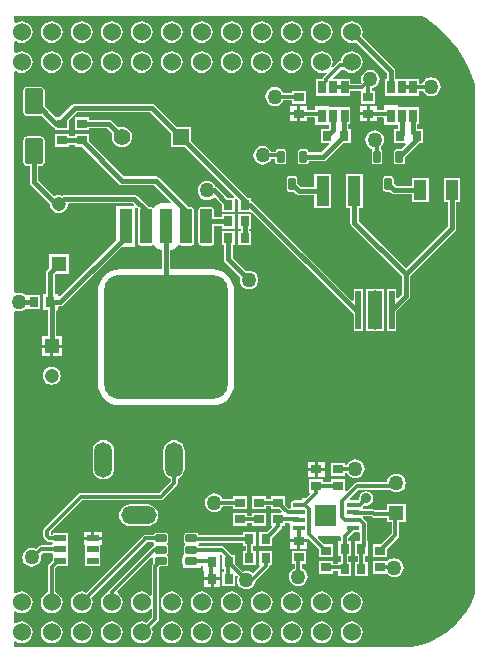
<source format=gtl>
G04*
G04 #@! TF.GenerationSoftware,Altium Limited,Altium Designer,23.6.0 (18)*
G04*
G04 Layer_Physical_Order=1*
G04 Layer_Color=255*
%FSLAX44Y44*%
%MOMM*%
G71*
G04*
G04 #@! TF.SameCoordinates,5EE9EB4A-2ACB-4C3E-BE2F-BD42E06AEEC1*
G04*
G04*
G04 #@! TF.FilePolarity,Positive*
G04*
G01*
G75*
%ADD22R,0.6500X1.1000*%
%ADD23R,1.0000X0.6000*%
%ADD24R,1.1000X1.7000*%
%ADD25R,1.1000X2.6000*%
G04:AMPARAMS|DCode=26|XSize=0.6mm|YSize=1mm|CornerRadius=0.075mm|HoleSize=0mm|Usage=FLASHONLY|Rotation=180.000|XOffset=0mm|YOffset=0mm|HoleType=Round|Shape=RoundedRectangle|*
%AMROUNDEDRECTD26*
21,1,0.6000,0.8500,0,0,180.0*
21,1,0.4500,1.0000,0,0,180.0*
1,1,0.1500,-0.2250,0.4250*
1,1,0.1500,0.2250,0.4250*
1,1,0.1500,0.2250,-0.4250*
1,1,0.1500,-0.2250,-0.4250*
%
%ADD26ROUNDEDRECTD26*%
%ADD27R,0.9000X0.8000*%
%ADD28R,0.8000X0.9000*%
%ADD29R,0.5000X3.3000*%
%ADD30R,1.3000X3.3000*%
G04:AMPARAMS|DCode=31|XSize=0.6mm|YSize=1mm|CornerRadius=0.075mm|HoleSize=0mm|Usage=FLASHONLY|Rotation=270.000|XOffset=0mm|YOffset=0mm|HoleType=Round|Shape=RoundedRectangle|*
%AMROUNDEDRECTD31*
21,1,0.6000,0.8500,0,0,270.0*
21,1,0.4500,1.0000,0,0,270.0*
1,1,0.1500,-0.4250,-0.2250*
1,1,0.1500,-0.4250,0.2250*
1,1,0.1500,0.4250,0.2250*
1,1,0.1500,0.4250,-0.2250*
%
%ADD31ROUNDEDRECTD31*%
G04:AMPARAMS|DCode=32|XSize=2.2mm|YSize=1.5mm|CornerRadius=0.1875mm|HoleSize=0mm|Usage=FLASHONLY|Rotation=90.000|XOffset=0mm|YOffset=0mm|HoleType=Round|Shape=RoundedRectangle|*
%AMROUNDEDRECTD32*
21,1,2.2000,1.1250,0,0,90.0*
21,1,1.8250,1.5000,0,0,90.0*
1,1,0.3750,0.5625,0.9125*
1,1,0.3750,0.5625,-0.9125*
1,1,0.3750,-0.5625,-0.9125*
1,1,0.3750,-0.5625,0.9125*
%
%ADD32ROUNDEDRECTD32*%
G04:AMPARAMS|DCode=33|XSize=10.5mm|YSize=10.5mm|CornerRadius=1.3125mm|HoleSize=0mm|Usage=FLASHONLY|Rotation=90.000|XOffset=0mm|YOffset=0mm|HoleType=Round|Shape=RoundedRectangle|*
%AMROUNDEDRECTD33*
21,1,10.5000,7.8750,0,0,90.0*
21,1,7.8750,10.5000,0,0,90.0*
1,1,2.6250,3.9375,3.9375*
1,1,2.6250,3.9375,-3.9375*
1,1,2.6250,-3.9375,-3.9375*
1,1,2.6250,-3.9375,3.9375*
%
%ADD33ROUNDEDRECTD33*%
G04:AMPARAMS|DCode=34|XSize=2.95mm|YSize=1.05mm|CornerRadius=0.1313mm|HoleSize=0mm|Usage=FLASHONLY|Rotation=90.000|XOffset=0mm|YOffset=0mm|HoleType=Round|Shape=RoundedRectangle|*
%AMROUNDEDRECTD34*
21,1,2.9500,0.7875,0,0,90.0*
21,1,2.6875,1.0500,0,0,90.0*
1,1,0.2625,0.3938,1.3438*
1,1,0.2625,0.3938,-1.3438*
1,1,0.2625,-0.3938,-1.3438*
1,1,0.2625,-0.3938,1.3438*
%
%ADD34ROUNDEDRECTD34*%
G04:AMPARAMS|DCode=35|XSize=0.41mm|YSize=1.02mm|CornerRadius=0.1025mm|HoleSize=0mm|Usage=FLASHONLY|Rotation=90.000|XOffset=0mm|YOffset=0mm|HoleType=Round|Shape=RoundedRectangle|*
%AMROUNDEDRECTD35*
21,1,0.4100,0.8150,0,0,90.0*
21,1,0.2050,1.0200,0,0,90.0*
1,1,0.2050,0.4075,0.1025*
1,1,0.2050,0.4075,-0.1025*
1,1,0.2050,-0.4075,-0.1025*
1,1,0.2050,-0.4075,0.1025*
%
%ADD35ROUNDEDRECTD35*%
%ADD50R,1.2700X1.2700*%
%ADD51C,1.2700*%
%ADD61C,0.3000*%
%ADD62C,0.4000*%
%ADD63C,1.5240*%
%ADD64C,1.2060*%
%ADD65R,1.2060X1.2060*%
%ADD66O,1.5000X3.0000*%
%ADD67C,1.4000*%
%ADD68R,1.4000X1.4000*%
%ADD69O,3.0000X1.5000*%
%ADD70C,0.9000*%
%ADD71C,1.0000*%
G36*
X351918Y539845D02*
Y539845D01*
X351918D01*
X355927Y537387D01*
X363469Y531770D01*
X370475Y525497D01*
X376888Y518618D01*
X382656Y511190D01*
X387731Y503273D01*
X392073Y494931D01*
X395647Y486232D01*
X397035Y481740D01*
X397035Y50709D01*
X397035Y50709D01*
X396025Y47580D01*
X393395Y41555D01*
X390180Y35820D01*
X386411Y30432D01*
X382127Y25445D01*
X377369Y20907D01*
X372185Y16864D01*
X366624Y13356D01*
X360744Y10416D01*
X354600Y8074D01*
X348255Y6353D01*
X341770Y5270D01*
X338490Y5053D01*
X7094Y5053D01*
Y9506D01*
X8233Y10068D01*
X8648Y9749D01*
X10867Y8830D01*
X13248Y8517D01*
X15629Y8830D01*
X17847Y9749D01*
X19752Y11211D01*
X21214Y13116D01*
X22133Y15335D01*
X22447Y17716D01*
X22133Y20096D01*
X21214Y22315D01*
X19752Y24220D01*
X17847Y25682D01*
X15629Y26601D01*
X13248Y26914D01*
X10867Y26601D01*
X8648Y25682D01*
X8233Y25363D01*
X7094Y25924D01*
Y34906D01*
X8233Y35468D01*
X8648Y35149D01*
X10867Y34230D01*
X13248Y33917D01*
X15629Y34230D01*
X17847Y35149D01*
X19752Y36611D01*
X21214Y38516D01*
X22133Y40735D01*
X22447Y43116D01*
X22133Y45496D01*
X21214Y47715D01*
X19752Y49620D01*
X17847Y51082D01*
X15629Y52001D01*
X13248Y52314D01*
X10867Y52001D01*
X8648Y51082D01*
X8233Y50763D01*
X7094Y51325D01*
X7094Y289127D01*
X8364Y289975D01*
X9011Y289707D01*
X11061Y289437D01*
X13110Y289707D01*
X15019Y290498D01*
X16659Y291756D01*
X16706Y291817D01*
X17976Y291385D01*
Y291238D01*
X28976D01*
Y303238D01*
X17976D01*
X17976Y303238D01*
Y303238D01*
X16706Y302893D01*
X16659Y302954D01*
X15019Y304212D01*
X13110Y305003D01*
X11061Y305273D01*
X9011Y305003D01*
X8364Y304735D01*
X7094Y305583D01*
X7094Y492271D01*
X8233Y492833D01*
X8640Y492520D01*
X10859Y491601D01*
X13240Y491288D01*
X15620Y491601D01*
X17839Y492520D01*
X19744Y493982D01*
X21206Y495887D01*
X22125Y498106D01*
X22438Y500487D01*
X22125Y502868D01*
X21206Y505086D01*
X19744Y506991D01*
X17839Y508453D01*
X15620Y509372D01*
X13240Y509685D01*
X10859Y509372D01*
X8640Y508453D01*
X8233Y508140D01*
X7094Y508702D01*
Y517672D01*
X8233Y518233D01*
X8640Y517920D01*
X10859Y517001D01*
X13240Y516688D01*
X15620Y517001D01*
X17839Y517920D01*
X19744Y519382D01*
X21206Y521287D01*
X22125Y523506D01*
X22438Y525887D01*
X22125Y528268D01*
X21206Y530486D01*
X19744Y532391D01*
X17839Y533853D01*
X15620Y534772D01*
X13240Y535085D01*
X10859Y534772D01*
X8640Y533853D01*
X8233Y533540D01*
X7094Y534102D01*
Y539845D01*
X350738D01*
X351918Y539845D01*
D02*
G37*
%LPC*%
G36*
X267240Y535085D02*
X264859Y534772D01*
X262640Y533853D01*
X260735Y532391D01*
X259273Y530486D01*
X258354Y528268D01*
X258041Y525887D01*
X258354Y523506D01*
X259273Y521287D01*
X260735Y519382D01*
X262640Y517920D01*
X264859Y517001D01*
X267240Y516688D01*
X269620Y517001D01*
X271839Y517920D01*
X273744Y519382D01*
X275206Y521287D01*
X276125Y523506D01*
X276438Y525887D01*
X276125Y528268D01*
X275206Y530486D01*
X273744Y532391D01*
X271839Y533853D01*
X269620Y534772D01*
X267240Y535085D01*
D02*
G37*
G36*
X241840D02*
X239459Y534772D01*
X237240Y533853D01*
X235335Y532391D01*
X233873Y530486D01*
X232955Y528268D01*
X232641Y525887D01*
X232955Y523506D01*
X233873Y521287D01*
X235335Y519382D01*
X237240Y517920D01*
X239459Y517001D01*
X241840Y516688D01*
X244221Y517001D01*
X246439Y517920D01*
X248344Y519382D01*
X249806Y521287D01*
X250725Y523506D01*
X251038Y525887D01*
X250725Y528268D01*
X249806Y530486D01*
X248344Y532391D01*
X246439Y533853D01*
X244221Y534772D01*
X241840Y535085D01*
D02*
G37*
G36*
X216440D02*
X214059Y534772D01*
X211840Y533853D01*
X209935Y532391D01*
X208473Y530486D01*
X207554Y528268D01*
X207241Y525887D01*
X207554Y523506D01*
X208473Y521287D01*
X209935Y519382D01*
X211840Y517920D01*
X214059Y517001D01*
X216440Y516688D01*
X218820Y517001D01*
X221039Y517920D01*
X222944Y519382D01*
X224406Y521287D01*
X225325Y523506D01*
X225638Y525887D01*
X225325Y528268D01*
X224406Y530486D01*
X222944Y532391D01*
X221039Y533853D01*
X218820Y534772D01*
X216440Y535085D01*
D02*
G37*
G36*
X191040D02*
X188659Y534772D01*
X186440Y533853D01*
X184535Y532391D01*
X183073Y530486D01*
X182155Y528268D01*
X181841Y525887D01*
X182155Y523506D01*
X183073Y521287D01*
X184535Y519382D01*
X186440Y517920D01*
X188659Y517001D01*
X191040Y516688D01*
X193421Y517001D01*
X195639Y517920D01*
X197544Y519382D01*
X199006Y521287D01*
X199925Y523506D01*
X200238Y525887D01*
X199925Y528268D01*
X199006Y530486D01*
X197544Y532391D01*
X195639Y533853D01*
X193421Y534772D01*
X191040Y535085D01*
D02*
G37*
G36*
X165640D02*
X163259Y534772D01*
X161040Y533853D01*
X159135Y532391D01*
X157673Y530486D01*
X156755Y528268D01*
X156441Y525887D01*
X156755Y523506D01*
X157673Y521287D01*
X159135Y519382D01*
X161040Y517920D01*
X163259Y517001D01*
X165640Y516688D01*
X168020Y517001D01*
X170239Y517920D01*
X172144Y519382D01*
X173606Y521287D01*
X174525Y523506D01*
X174838Y525887D01*
X174525Y528268D01*
X173606Y530486D01*
X172144Y532391D01*
X170239Y533853D01*
X168020Y534772D01*
X165640Y535085D01*
D02*
G37*
G36*
X140240D02*
X137859Y534772D01*
X135640Y533853D01*
X133735Y532391D01*
X132273Y530486D01*
X131355Y528268D01*
X131041Y525887D01*
X131355Y523506D01*
X132273Y521287D01*
X133735Y519382D01*
X135640Y517920D01*
X137859Y517001D01*
X140240Y516688D01*
X142620Y517001D01*
X144839Y517920D01*
X146744Y519382D01*
X148206Y521287D01*
X149125Y523506D01*
X149438Y525887D01*
X149125Y528268D01*
X148206Y530486D01*
X146744Y532391D01*
X144839Y533853D01*
X142620Y534772D01*
X140240Y535085D01*
D02*
G37*
G36*
X114840D02*
X112459Y534772D01*
X110240Y533853D01*
X108335Y532391D01*
X106873Y530486D01*
X105955Y528268D01*
X105641Y525887D01*
X105955Y523506D01*
X106873Y521287D01*
X108335Y519382D01*
X110240Y517920D01*
X112459Y517001D01*
X114840Y516688D01*
X117220Y517001D01*
X119439Y517920D01*
X121344Y519382D01*
X122806Y521287D01*
X123725Y523506D01*
X124038Y525887D01*
X123725Y528268D01*
X122806Y530486D01*
X121344Y532391D01*
X119439Y533853D01*
X117220Y534772D01*
X114840Y535085D01*
D02*
G37*
G36*
X89440D02*
X87059Y534772D01*
X84840Y533853D01*
X82935Y532391D01*
X81473Y530486D01*
X80555Y528268D01*
X80241Y525887D01*
X80555Y523506D01*
X81473Y521287D01*
X82935Y519382D01*
X84840Y517920D01*
X87059Y517001D01*
X89440Y516688D01*
X91820Y517001D01*
X94039Y517920D01*
X95944Y519382D01*
X97406Y521287D01*
X98325Y523506D01*
X98638Y525887D01*
X98325Y528268D01*
X97406Y530486D01*
X95944Y532391D01*
X94039Y533853D01*
X91820Y534772D01*
X89440Y535085D01*
D02*
G37*
G36*
X64040D02*
X61659Y534772D01*
X59440Y533853D01*
X57535Y532391D01*
X56073Y530486D01*
X55155Y528268D01*
X54841Y525887D01*
X55155Y523506D01*
X56073Y521287D01*
X57535Y519382D01*
X59440Y517920D01*
X61659Y517001D01*
X64040Y516688D01*
X66420Y517001D01*
X68639Y517920D01*
X70544Y519382D01*
X72006Y521287D01*
X72925Y523506D01*
X73238Y525887D01*
X72925Y528268D01*
X72006Y530486D01*
X70544Y532391D01*
X68639Y533853D01*
X66420Y534772D01*
X64040Y535085D01*
D02*
G37*
G36*
X38640D02*
X36259Y534772D01*
X34040Y533853D01*
X32135Y532391D01*
X30673Y530486D01*
X29755Y528268D01*
X29441Y525887D01*
X29755Y523506D01*
X30673Y521287D01*
X32135Y519382D01*
X34040Y517920D01*
X36259Y517001D01*
X38640Y516688D01*
X41020Y517001D01*
X43239Y517920D01*
X45144Y519382D01*
X46606Y521287D01*
X47525Y523506D01*
X47838Y525887D01*
X47525Y528268D01*
X46606Y530486D01*
X45144Y532391D01*
X43239Y533853D01*
X41020Y534772D01*
X38640Y535085D01*
D02*
G37*
G36*
X292640Y509685D02*
X290259Y509372D01*
X288040Y508453D01*
X286135Y506991D01*
X284673Y505086D01*
X283755Y502868D01*
X283535Y501203D01*
X283181D01*
X282011Y500971D01*
X281018Y500308D01*
X281018Y500308D01*
X276568Y495858D01*
X275492Y496577D01*
X276125Y498106D01*
X276438Y500487D01*
X276125Y502868D01*
X275206Y505086D01*
X273744Y506991D01*
X271839Y508453D01*
X269620Y509372D01*
X267240Y509685D01*
X264859Y509372D01*
X262640Y508453D01*
X260735Y506991D01*
X259273Y505086D01*
X258354Y502868D01*
X258041Y500487D01*
X258354Y498106D01*
X259273Y495887D01*
X260735Y493982D01*
X262640Y492520D01*
X264859Y491601D01*
X267240Y491288D01*
X269620Y491601D01*
X271149Y492235D01*
X271869Y491158D01*
X268688Y487977D01*
X268025Y486985D01*
X267843Y486072D01*
X262850D01*
Y472072D01*
X271081D01*
X272351Y472072D01*
Y472072D01*
X272351D01*
Y472072D01*
X291350D01*
Y476013D01*
X300797D01*
Y465371D01*
X312797D01*
Y476371D01*
X309856D01*
Y478091D01*
X310425Y478166D01*
X312335Y478957D01*
X313975Y480215D01*
X315233Y481855D01*
X316024Y483764D01*
X316294Y485814D01*
X316024Y487863D01*
X315233Y489773D01*
X313975Y491413D01*
X312335Y492671D01*
X310425Y493462D01*
X308376Y493731D01*
X306327Y493462D01*
X304417Y492671D01*
X302778Y491413D01*
X301519Y489773D01*
X300728Y487863D01*
X300458Y485814D01*
X300728Y483764D01*
X300985Y483144D01*
X300176Y482130D01*
X291350D01*
Y486072D01*
X277093D01*
X276607Y487245D01*
X284153Y494791D01*
X285567Y494722D01*
X286135Y493982D01*
X288040Y492520D01*
X290259Y491601D01*
X292640Y491288D01*
X295021Y491601D01*
X297239Y492520D01*
X299144Y493982D01*
X300606Y495887D01*
X301525Y498106D01*
X301838Y500487D01*
X301525Y502868D01*
X300606Y505086D01*
X299144Y506991D01*
X297239Y508453D01*
X295021Y509372D01*
X292640Y509685D01*
D02*
G37*
G36*
X241840D02*
X239459Y509372D01*
X237240Y508453D01*
X235335Y506991D01*
X233873Y505086D01*
X232955Y502868D01*
X232641Y500487D01*
X232955Y498106D01*
X233873Y495887D01*
X235335Y493982D01*
X237240Y492520D01*
X239459Y491601D01*
X241840Y491288D01*
X244221Y491601D01*
X246439Y492520D01*
X248344Y493982D01*
X249806Y495887D01*
X250725Y498106D01*
X251038Y500487D01*
X250725Y502868D01*
X249806Y505086D01*
X248344Y506991D01*
X246439Y508453D01*
X244221Y509372D01*
X241840Y509685D01*
D02*
G37*
G36*
X216440D02*
X214059Y509372D01*
X211840Y508453D01*
X209935Y506991D01*
X208473Y505086D01*
X207554Y502868D01*
X207241Y500487D01*
X207554Y498106D01*
X208473Y495887D01*
X209935Y493982D01*
X211840Y492520D01*
X214059Y491601D01*
X216440Y491288D01*
X218820Y491601D01*
X221039Y492520D01*
X222944Y493982D01*
X224406Y495887D01*
X225325Y498106D01*
X225638Y500487D01*
X225325Y502868D01*
X224406Y505086D01*
X222944Y506991D01*
X221039Y508453D01*
X218820Y509372D01*
X216440Y509685D01*
D02*
G37*
G36*
X191040D02*
X188659Y509372D01*
X186440Y508453D01*
X184535Y506991D01*
X183073Y505086D01*
X182155Y502868D01*
X181841Y500487D01*
X182155Y498106D01*
X183073Y495887D01*
X184535Y493982D01*
X186440Y492520D01*
X188659Y491601D01*
X191040Y491288D01*
X193421Y491601D01*
X195639Y492520D01*
X197544Y493982D01*
X199006Y495887D01*
X199925Y498106D01*
X200238Y500487D01*
X199925Y502868D01*
X199006Y505086D01*
X197544Y506991D01*
X195639Y508453D01*
X193421Y509372D01*
X191040Y509685D01*
D02*
G37*
G36*
X165640D02*
X163259Y509372D01*
X161040Y508453D01*
X159135Y506991D01*
X157673Y505086D01*
X156755Y502868D01*
X156441Y500487D01*
X156755Y498106D01*
X157673Y495887D01*
X159135Y493982D01*
X161040Y492520D01*
X163259Y491601D01*
X165640Y491288D01*
X168020Y491601D01*
X170239Y492520D01*
X172144Y493982D01*
X173606Y495887D01*
X174525Y498106D01*
X174838Y500487D01*
X174525Y502868D01*
X173606Y505086D01*
X172144Y506991D01*
X170239Y508453D01*
X168020Y509372D01*
X165640Y509685D01*
D02*
G37*
G36*
X140240D02*
X137859Y509372D01*
X135640Y508453D01*
X133735Y506991D01*
X132273Y505086D01*
X131355Y502868D01*
X131041Y500487D01*
X131355Y498106D01*
X132273Y495887D01*
X133735Y493982D01*
X135640Y492520D01*
X137859Y491601D01*
X140240Y491288D01*
X142620Y491601D01*
X144839Y492520D01*
X146744Y493982D01*
X148206Y495887D01*
X149125Y498106D01*
X149438Y500487D01*
X149125Y502868D01*
X148206Y505086D01*
X146744Y506991D01*
X144839Y508453D01*
X142620Y509372D01*
X140240Y509685D01*
D02*
G37*
G36*
X114840D02*
X112459Y509372D01*
X110240Y508453D01*
X108335Y506991D01*
X106873Y505086D01*
X105955Y502868D01*
X105641Y500487D01*
X105955Y498106D01*
X106873Y495887D01*
X108335Y493982D01*
X110240Y492520D01*
X112459Y491601D01*
X114840Y491288D01*
X117220Y491601D01*
X119439Y492520D01*
X121344Y493982D01*
X122806Y495887D01*
X123725Y498106D01*
X124038Y500487D01*
X123725Y502868D01*
X122806Y505086D01*
X121344Y506991D01*
X119439Y508453D01*
X117220Y509372D01*
X114840Y509685D01*
D02*
G37*
G36*
X89440D02*
X87059Y509372D01*
X84840Y508453D01*
X82935Y506991D01*
X81473Y505086D01*
X80555Y502868D01*
X80241Y500487D01*
X80555Y498106D01*
X81473Y495887D01*
X82935Y493982D01*
X84840Y492520D01*
X87059Y491601D01*
X89440Y491288D01*
X91820Y491601D01*
X94039Y492520D01*
X95944Y493982D01*
X97406Y495887D01*
X98325Y498106D01*
X98638Y500487D01*
X98325Y502868D01*
X97406Y505086D01*
X95944Y506991D01*
X94039Y508453D01*
X91820Y509372D01*
X89440Y509685D01*
D02*
G37*
G36*
X64040D02*
X61659Y509372D01*
X59440Y508453D01*
X57535Y506991D01*
X56073Y505086D01*
X55155Y502868D01*
X54841Y500487D01*
X55155Y498106D01*
X56073Y495887D01*
X57535Y493982D01*
X59440Y492520D01*
X61659Y491601D01*
X64040Y491288D01*
X66420Y491601D01*
X68639Y492520D01*
X70544Y493982D01*
X72006Y495887D01*
X72925Y498106D01*
X73238Y500487D01*
X72925Y502868D01*
X72006Y505086D01*
X70544Y506991D01*
X68639Y508453D01*
X66420Y509372D01*
X64040Y509685D01*
D02*
G37*
G36*
X38640D02*
X36259Y509372D01*
X34040Y508453D01*
X32135Y506991D01*
X30673Y505086D01*
X29755Y502868D01*
X29441Y500487D01*
X29755Y498106D01*
X30673Y495887D01*
X32135Y493982D01*
X34040Y492520D01*
X36259Y491601D01*
X38640Y491288D01*
X41020Y491601D01*
X43239Y492520D01*
X45144Y493982D01*
X46606Y495887D01*
X47525Y498106D01*
X47838Y500487D01*
X47525Y502868D01*
X46606Y505086D01*
X45144Y506991D01*
X43239Y508453D01*
X41020Y509372D01*
X38640Y509685D01*
D02*
G37*
G36*
X292640Y535085D02*
X290259Y534772D01*
X288040Y533853D01*
X286135Y532391D01*
X284673Y530486D01*
X283755Y528268D01*
X283441Y525887D01*
X283755Y523506D01*
X284673Y521287D01*
X286135Y519382D01*
X288040Y517920D01*
X290259Y517001D01*
X292640Y516688D01*
X295021Y517001D01*
X296047Y517427D01*
X322179Y491295D01*
Y486072D01*
X320997D01*
Y472072D01*
X338727D01*
X339997Y472072D01*
Y472072D01*
X339997D01*
Y472072D01*
X349497D01*
Y476013D01*
X352997D01*
X353095Y475776D01*
X354353Y474136D01*
X355993Y472878D01*
X357903Y472087D01*
X359952Y471817D01*
X362001Y472087D01*
X363911Y472878D01*
X365551Y474136D01*
X366809Y475776D01*
X367600Y477685D01*
X367870Y479734D01*
X367600Y481784D01*
X366809Y483693D01*
X365551Y485333D01*
X363911Y486591D01*
X362001Y487383D01*
X359952Y487652D01*
X357903Y487383D01*
X355993Y486591D01*
X354353Y485333D01*
X353095Y483693D01*
X352448Y482130D01*
X349497D01*
Y486072D01*
X341267D01*
X339997Y486072D01*
Y486072D01*
X339997D01*
Y486072D01*
X329316D01*
Y492773D01*
X329044Y494138D01*
X328271Y495296D01*
X301096Y522471D01*
X301525Y523506D01*
X301838Y525887D01*
X301525Y528268D01*
X300606Y530486D01*
X299144Y532391D01*
X297239Y533853D01*
X295021Y534772D01*
X292640Y535085D01*
D02*
G37*
G36*
X227581Y479220D02*
X225532Y478950D01*
X223622Y478159D01*
X221982Y476901D01*
X220724Y475261D01*
X219933Y473352D01*
X219663Y471302D01*
X219933Y469253D01*
X220724Y467343D01*
X221982Y465704D01*
X223622Y464445D01*
X225532Y463654D01*
X227581Y463385D01*
X229630Y463654D01*
X231540Y464445D01*
X233179Y465704D01*
X234438Y467343D01*
X234811Y468243D01*
X241724D01*
Y465371D01*
X253724D01*
Y476371D01*
X241724D01*
Y474361D01*
X234811D01*
X234438Y475261D01*
X233179Y476901D01*
X231540Y478159D01*
X229630Y478950D01*
X227581Y479220D01*
D02*
G37*
G36*
X319684Y463799D02*
Y459929D01*
X313837D01*
Y463410D01*
X308068D01*
Y456870D01*
Y450331D01*
X313837D01*
Y453812D01*
X318786D01*
X319684Y452914D01*
X319684Y447070D01*
X319957Y447032D01*
X320938Y447032D01*
X331537D01*
X331678Y445820D01*
Y444024D01*
X328274D01*
Y432024D01*
X337866D01*
X338392Y430754D01*
X334535Y426898D01*
X330788D01*
X329910Y426723D01*
X329166Y426226D01*
X328669Y425481D01*
X328494Y424603D01*
Y416103D01*
X328669Y415225D01*
X329166Y414481D01*
X329910Y413984D01*
X330788Y413809D01*
X335288D01*
X336166Y413984D01*
X336910Y414481D01*
X337407Y415225D01*
X337582Y416103D01*
Y419851D01*
X349755Y432024D01*
X353274D01*
Y444024D01*
X348316D01*
Y448072D01*
X349497D01*
Y462072D01*
X341267D01*
X339997Y462072D01*
X338727Y462072D01*
X332019D01*
Y463799D01*
X319684Y463799D01*
D02*
G37*
G36*
X246454Y463410D02*
X240684D01*
Y458140D01*
X246454D01*
Y463410D01*
D02*
G37*
G36*
X305528D02*
X299757D01*
Y458140D01*
X305528D01*
Y463410D01*
D02*
G37*
G36*
Y455601D02*
X299757D01*
Y450331D01*
X305528D01*
Y455601D01*
D02*
G37*
G36*
X246454D02*
X240684D01*
Y450331D01*
X246454D01*
Y455601D01*
D02*
G37*
G36*
X70147Y439567D02*
X58147D01*
Y437636D01*
X53340D01*
Y439567D01*
X41340D01*
Y428567D01*
X53340D01*
Y430499D01*
X58147D01*
Y428567D01*
X64600D01*
X95653Y397515D01*
X95653Y397515D01*
X96811Y396742D01*
X98176Y396470D01*
X125563D01*
X139661Y382372D01*
X139042Y381195D01*
X131562D01*
X129099Y380705D01*
X127011Y379310D01*
X125616Y377222D01*
X125134Y377047D01*
X124256Y376893D01*
X123485Y377408D01*
X122387Y377626D01*
X120843D01*
X111206Y387263D01*
X110048Y388037D01*
X108682Y388309D01*
X49322D01*
X47956Y388037D01*
X47066Y387442D01*
X46774Y387563D01*
X44809Y387821D01*
X42843Y387563D01*
X41011Y386804D01*
X40840Y386673D01*
X27173Y400340D01*
Y412533D01*
X29230D01*
X30546Y412795D01*
X31663Y413541D01*
X32409Y414657D01*
X32671Y415974D01*
Y434224D01*
X32409Y435541D01*
X31663Y436657D01*
X30546Y437403D01*
X29230Y437665D01*
X17980D01*
X16663Y437403D01*
X15546Y436657D01*
X14800Y435541D01*
X14539Y434224D01*
Y415974D01*
X14800Y414657D01*
X15546Y413541D01*
X16663Y412795D01*
X17980Y412533D01*
X20036D01*
Y398862D01*
X20308Y397496D01*
X21081Y396338D01*
X37217Y380203D01*
X37472Y378261D01*
X38231Y376429D01*
X39438Y374856D01*
X41011Y373649D01*
X42843Y372890D01*
X44809Y372631D01*
X46774Y372890D01*
X48606Y373649D01*
X50179Y374856D01*
X51386Y376429D01*
X52145Y378261D01*
X52403Y380227D01*
X53232Y381171D01*
X107204D01*
X108645Y379731D01*
X108118Y378461D01*
X106471D01*
X105337Y378687D01*
X97462D01*
X96329Y378461D01*
X93506D01*
Y349851D01*
X45286Y301630D01*
X44015Y302157D01*
Y304278D01*
X41044D01*
Y320615D01*
X41279Y320850D01*
X53378D01*
Y320857D01*
X53379D01*
Y337996D01*
X36239D01*
Y337990D01*
X36239D01*
Y325903D01*
X34952Y324617D01*
X34179Y323459D01*
X33907Y322094D01*
Y304278D01*
X30936D01*
Y304278D01*
X30935D01*
Y290198D01*
X35189D01*
Y268441D01*
X30187D01*
Y261141D01*
X38757D01*
X47327D01*
Y268441D01*
X42326D01*
Y289300D01*
X43224Y290198D01*
X44015Y290198D01*
X44016Y290198D01*
X44016Y291468D01*
X44016Y292771D01*
X44914Y293669D01*
X45940D01*
X47305Y293941D01*
X48463Y294715D01*
X97704Y343956D01*
X109334D01*
Y377246D01*
X110604Y377772D01*
X112126Y376250D01*
X111863Y375856D01*
X111645Y374759D01*
Y347884D01*
X111863Y346786D01*
X112485Y345856D01*
X113415Y345234D01*
X114512Y345016D01*
X122387D01*
X123485Y345234D01*
X124256Y345750D01*
X125134Y345595D01*
X125616Y345421D01*
X127011Y343333D01*
X129099Y341937D01*
X131562Y341448D01*
X131931D01*
Y324909D01*
X96125D01*
X92572Y324559D01*
X89155Y323523D01*
X86006Y321840D01*
X83246Y319575D01*
X80981Y316815D01*
X79298Y313666D01*
X78262Y310250D01*
X77912Y306696D01*
Y227946D01*
X78262Y224393D01*
X79298Y220977D01*
X80981Y217828D01*
X83246Y215068D01*
X86006Y212803D01*
X89155Y211120D01*
X92572Y210084D01*
X96125Y209734D01*
X174875D01*
X178428Y210084D01*
X181844Y211120D01*
X184993Y212803D01*
X187753Y215068D01*
X190018Y217828D01*
X191701Y220977D01*
X192737Y224393D01*
X193087Y227946D01*
Y306696D01*
X192737Y310250D01*
X191701Y313666D01*
X190018Y316815D01*
X187753Y319575D01*
X184993Y321840D01*
X181844Y323523D01*
X178428Y324559D01*
X174875Y324909D01*
X139068D01*
Y341448D01*
X139437D01*
X141900Y341937D01*
X143988Y343333D01*
X145384Y345421D01*
X145865Y345595D01*
X146744Y345750D01*
X147515Y345234D01*
X148612Y345016D01*
X156487D01*
X157585Y345234D01*
X158515Y345856D01*
X159136Y346786D01*
X159355Y347884D01*
Y374759D01*
X159136Y375856D01*
X158515Y376786D01*
X157585Y377408D01*
X156487Y377626D01*
X154500D01*
X129565Y402562D01*
X128407Y403335D01*
X127042Y403607D01*
X99655D01*
X70147Y433114D01*
Y439567D01*
D02*
G37*
G36*
Y453567D02*
X58147D01*
Y442567D01*
X70147D01*
Y444499D01*
X85669D01*
X90019Y440148D01*
X89721Y439430D01*
X89429Y437211D01*
X89721Y434992D01*
X90578Y432925D01*
X91940Y431149D01*
X93716Y429787D01*
X95784Y428930D01*
X98003Y428638D01*
X100222Y428930D01*
X102289Y429787D01*
X104065Y431149D01*
X105427Y432925D01*
X106284Y434992D01*
X106576Y437211D01*
X106284Y439430D01*
X105427Y441498D01*
X104065Y443274D01*
X102289Y444636D01*
X100222Y445493D01*
X98003Y445785D01*
X95784Y445493D01*
X95066Y445195D01*
X89670Y450591D01*
X88512Y451364D01*
X87147Y451636D01*
X70147D01*
Y453567D01*
D02*
G37*
G36*
X254764Y463410D02*
X248994D01*
Y456870D01*
Y450331D01*
X254764D01*
Y453812D01*
X260912D01*
X261810Y452914D01*
X261810Y447032D01*
X261810Y447032D01*
X263080Y447032D01*
X273391D01*
X273532Y445820D01*
Y444438D01*
X273119Y444024D01*
X266665D01*
Y432024D01*
X273459D01*
X273945Y430851D01*
X267017Y423922D01*
X256227D01*
Y424603D01*
X256053Y425481D01*
X255555Y426226D01*
X254811Y426723D01*
X253933Y426898D01*
X249433D01*
X248556Y426723D01*
X247811Y426226D01*
X247314Y425481D01*
X247139Y424603D01*
Y416103D01*
X247314Y415225D01*
X247811Y414481D01*
X248556Y413984D01*
X249433Y413809D01*
X253933D01*
X254811Y413984D01*
X255555Y414481D01*
X256053Y415225D01*
X256227Y416103D01*
Y416785D01*
X268495D01*
X269860Y417057D01*
X271018Y417830D01*
X285212Y432024D01*
X291665D01*
Y444024D01*
X289734D01*
Y448072D01*
X291350D01*
Y462072D01*
X274072D01*
X273391Y463112D01*
X273363Y463112D01*
X273363Y463112D01*
X272120Y463112D01*
X261810Y463112D01*
Y459929D01*
X254764D01*
Y463410D01*
D02*
G37*
G36*
X312102Y442548D02*
X310053Y442278D01*
X308144Y441487D01*
X306504Y440229D01*
X305245Y438589D01*
X304454Y436679D01*
X304185Y434630D01*
X304454Y432581D01*
X305245Y430671D01*
X306504Y429032D01*
X308144Y427773D01*
X309432Y427239D01*
X309553Y427073D01*
X309868Y425881D01*
X309846Y425747D01*
X309668Y425481D01*
X309494Y424603D01*
Y416103D01*
X309668Y415225D01*
X310166Y414481D01*
X310910Y413984D01*
X311788Y413809D01*
X316288D01*
X317166Y413984D01*
X317910Y414481D01*
X318407Y415225D01*
X318582Y416103D01*
Y424603D01*
X318407Y425481D01*
X317910Y426226D01*
X317166Y426723D01*
X317097Y426737D01*
Y428568D01*
X317701Y429032D01*
X318959Y430671D01*
X319750Y432581D01*
X320020Y434630D01*
X319750Y436679D01*
X318959Y438589D01*
X317701Y440229D01*
X316061Y441487D01*
X314152Y442278D01*
X312102Y442548D01*
D02*
G37*
G36*
X217384Y429409D02*
X215334Y429139D01*
X213425Y428348D01*
X211785Y427090D01*
X210527Y425450D01*
X209736Y423541D01*
X209466Y421491D01*
X209736Y419442D01*
X210527Y417533D01*
X211785Y415893D01*
X213425Y414634D01*
X215334Y413843D01*
X217384Y413574D01*
X219433Y413843D01*
X221343Y414634D01*
X222982Y415893D01*
X224241Y417533D01*
X224613Y418433D01*
X228140D01*
Y416103D01*
X228314Y415225D01*
X228811Y414481D01*
X229556Y413984D01*
X230434Y413809D01*
X234934D01*
X235812Y413984D01*
X236556Y414481D01*
X237053Y415225D01*
X237228Y416103D01*
Y424603D01*
X237053Y425481D01*
X236556Y426226D01*
X235812Y426723D01*
X234934Y426898D01*
X230434D01*
X229556Y426723D01*
X228811Y426226D01*
X228314Y425481D01*
X228140Y424603D01*
Y424550D01*
X224613D01*
X224241Y425450D01*
X222982Y427090D01*
X221343Y428348D01*
X219433Y429139D01*
X217384Y429409D01*
D02*
G37*
G36*
X274957Y405738D02*
X260957D01*
Y394807D01*
X249777D01*
X246728Y397856D01*
Y401604D01*
X246553Y402482D01*
X246056Y403226D01*
X245312Y403723D01*
X244434Y403898D01*
X239934D01*
X239056Y403723D01*
X238312Y403226D01*
X237814Y402482D01*
X237640Y401604D01*
Y393104D01*
X237814Y392226D01*
X238312Y391482D01*
X239056Y390984D01*
X239934Y390810D01*
X243681D01*
X245776Y388715D01*
X246933Y387942D01*
X248299Y387670D01*
X260957D01*
Y376738D01*
X274957D01*
Y405738D01*
D02*
G37*
G36*
X29230Y479666D02*
X17980D01*
X16663Y479404D01*
X15546Y478658D01*
X14800Y477541D01*
X14539Y476225D01*
Y457975D01*
X14800Y456658D01*
X15546Y455541D01*
X16663Y454795D01*
X17980Y454534D01*
X29230D01*
X30546Y454795D01*
X30736Y454922D01*
X40113Y445544D01*
X41271Y444770D01*
X41340Y444757D01*
Y442567D01*
X53340D01*
Y451762D01*
X59756Y458178D01*
X121990D01*
X139503Y440665D01*
Y428711D01*
X151456D01*
X193239Y386928D01*
X192713Y385658D01*
X187299D01*
X178683Y394275D01*
X177525Y395048D01*
X177240Y395105D01*
X176989Y395710D01*
X175731Y397350D01*
X174091Y398608D01*
X172181Y399399D01*
X170132Y399669D01*
X168083Y399399D01*
X166173Y398608D01*
X164533Y397350D01*
X163275Y395710D01*
X162484Y393801D01*
X162214Y391752D01*
X162484Y389702D01*
X163275Y387793D01*
X164533Y386153D01*
X166173Y384894D01*
X168083Y384104D01*
X170132Y383834D01*
X172181Y384104D01*
X174091Y384894D01*
X175731Y386153D01*
X176651Y386213D01*
X182752Y380111D01*
Y373658D01*
X193752D01*
Y384619D01*
X195022Y385145D01*
X196752Y383415D01*
Y373658D01*
X207712D01*
X293491Y287879D01*
X294394Y287276D01*
Y272402D01*
X302395D01*
Y308402D01*
X294394D01*
Y298729D01*
X293221Y298242D01*
X209282Y382181D01*
X208125Y382955D01*
X207752Y383029D01*
Y385658D01*
X204603D01*
X156503Y433758D01*
Y445711D01*
X144549D01*
X125991Y464270D01*
X124833Y465043D01*
X123468Y465315D01*
X58278D01*
X56912Y465043D01*
X55754Y464270D01*
X45052Y453567D01*
X42183D01*
X32671Y463080D01*
Y476225D01*
X32409Y477541D01*
X31663Y478658D01*
X30546Y479404D01*
X29230Y479666D01*
D02*
G37*
G36*
X325788Y403898D02*
X321288D01*
X320410Y403723D01*
X319666Y403226D01*
X319168Y402482D01*
X318994Y401604D01*
Y393104D01*
X319168Y392226D01*
X319666Y391482D01*
X320410Y390984D01*
X321288Y390810D01*
X325035D01*
X326181Y389664D01*
X327339Y388890D01*
X328704Y388619D01*
X343769D01*
Y382187D01*
X357769D01*
Y402187D01*
X343769D01*
Y395756D01*
X330182D01*
X328082Y397856D01*
Y401604D01*
X327907Y402482D01*
X327410Y403226D01*
X326666Y403723D01*
X325788Y403898D01*
D02*
G37*
G36*
X173537Y377626D02*
X165662D01*
X164565Y377408D01*
X163634Y376786D01*
X163013Y375856D01*
X162795Y374759D01*
Y347884D01*
X163013Y346786D01*
X163634Y345856D01*
X164565Y345234D01*
X165662Y345016D01*
X173537D01*
X174635Y345234D01*
X175565Y345856D01*
X176187Y346786D01*
X176405Y347884D01*
Y361938D01*
X182752D01*
Y359506D01*
X193752D01*
Y371506D01*
X182752D01*
Y369075D01*
X176405D01*
Y374759D01*
X176187Y375856D01*
X175565Y376786D01*
X174635Y377408D01*
X173537Y377626D01*
D02*
G37*
G36*
X207752Y371506D02*
X196752D01*
Y359506D01*
X198684D01*
Y357354D01*
X196752D01*
Y345354D01*
X207752D01*
Y357354D01*
X205821D01*
Y359506D01*
X207752D01*
Y371506D01*
D02*
G37*
G36*
X193752Y357354D02*
X182752D01*
Y345354D01*
X184684D01*
Y333410D01*
X184956Y332045D01*
X185729Y330887D01*
X198237Y318379D01*
X198076Y317988D01*
X197806Y315939D01*
X198076Y313890D01*
X198867Y311980D01*
X200125Y310340D01*
X201765Y309082D01*
X203674Y308291D01*
X205724Y308021D01*
X207773Y308291D01*
X209683Y309082D01*
X211322Y310340D01*
X212581Y311980D01*
X213372Y313890D01*
X213641Y315939D01*
X213372Y317988D01*
X212581Y319898D01*
X211322Y321538D01*
X209683Y322796D01*
X207773Y323587D01*
X205724Y323857D01*
X203674Y323587D01*
X203284Y323425D01*
X191821Y334888D01*
Y345354D01*
X193752D01*
Y357354D01*
D02*
G37*
G36*
X301957Y405738D02*
X287957D01*
Y376738D01*
X291388D01*
Y364520D01*
X291660Y363154D01*
X292433Y361997D01*
X335084Y319346D01*
Y304139D01*
X331568Y300622D01*
X330394Y301108D01*
Y308402D01*
X322394D01*
Y272402D01*
X330394D01*
Y289356D01*
X341176Y300137D01*
X341950Y301295D01*
X342221Y302660D01*
Y319298D01*
X380292Y357368D01*
X381065Y358526D01*
X381337Y359892D01*
Y382187D01*
X384768D01*
Y402187D01*
X370769D01*
Y382187D01*
X374200D01*
Y361370D01*
X338677Y325847D01*
X298525Y365998D01*
Y376738D01*
X301957D01*
Y405738D01*
D02*
G37*
G36*
X312394Y308642D02*
X310698Y308419D01*
X310658Y308402D01*
X304394D01*
Y272402D01*
X320394D01*
Y308402D01*
X314130D01*
X314091Y308419D01*
X312394Y308642D01*
D02*
G37*
G36*
X47327Y258601D02*
X40027D01*
Y251301D01*
X47327D01*
Y258601D01*
D02*
G37*
G36*
X37487D02*
X30187D01*
Y251301D01*
X37487D01*
Y258601D01*
D02*
G37*
G36*
X38757Y242465D02*
X36792Y242207D01*
X34960Y241448D01*
X33387Y240241D01*
X32180Y238668D01*
X31421Y236836D01*
X31162Y234870D01*
X31421Y232905D01*
X32180Y231073D01*
X33387Y229500D01*
X34960Y228293D01*
X36792Y227534D01*
X38757Y227276D01*
X40723Y227534D01*
X42555Y228293D01*
X44128Y229500D01*
X45335Y231073D01*
X46093Y232905D01*
X46352Y234870D01*
X46093Y236836D01*
X45335Y238668D01*
X44128Y240241D01*
X42555Y241448D01*
X40723Y242207D01*
X38757Y242465D01*
D02*
G37*
G36*
X295629Y164102D02*
X293580Y163832D01*
X291671Y163041D01*
X290031Y161782D01*
X288773Y160143D01*
X288277Y158946D01*
X287056D01*
Y161388D01*
X275056D01*
Y150388D01*
X287056D01*
Y152829D01*
X288522D01*
X288773Y152225D01*
X290031Y150585D01*
X291671Y149327D01*
X293580Y148536D01*
X295629Y148266D01*
X297679Y148536D01*
X299588Y149327D01*
X301228Y150585D01*
X302486Y152225D01*
X303277Y154135D01*
X303547Y156184D01*
X303277Y158233D01*
X302486Y160143D01*
X301228Y161782D01*
X299588Y163041D01*
X297679Y163832D01*
X295629Y164102D01*
D02*
G37*
G36*
X269706Y162274D02*
X263936D01*
Y157004D01*
X269706D01*
Y162274D01*
D02*
G37*
G36*
X261396D02*
X255626D01*
Y157004D01*
X261396D01*
Y162274D01*
D02*
G37*
G36*
X269706Y154464D02*
X263936D01*
Y149194D01*
X269706D01*
Y154464D01*
D02*
G37*
G36*
X261396D02*
X255626D01*
Y149194D01*
X261396D01*
Y154464D01*
D02*
G37*
G36*
X82315Y180422D02*
X79966Y180113D01*
X77776Y179206D01*
X75896Y177763D01*
X74454Y175883D01*
X73547Y173694D01*
X73238Y171344D01*
Y156344D01*
X73547Y153995D01*
X74454Y151806D01*
X75896Y149926D01*
X77776Y148483D01*
X79966Y147576D01*
X82315Y147267D01*
X84665Y147576D01*
X86854Y148483D01*
X88734Y149926D01*
X90177Y151806D01*
X91083Y153995D01*
X91393Y156344D01*
Y171344D01*
X91083Y173694D01*
X90177Y175883D01*
X88734Y177763D01*
X86854Y179206D01*
X84665Y180113D01*
X82315Y180422D01*
D02*
G37*
G36*
X330536Y152039D02*
X328487Y151769D01*
X326577Y150978D01*
X324937Y149720D01*
X323679Y148080D01*
X322888Y146171D01*
X322674Y144547D01*
X297063D01*
X297063Y144547D01*
X295893Y144314D01*
X294900Y143651D01*
X288326Y137077D01*
X287056Y137603D01*
Y147388D01*
X275056D01*
Y144793D01*
X268666D01*
Y147234D01*
X256666D01*
Y136234D01*
X256900D01*
X257386Y135061D01*
X254069Y131743D01*
X250214Y131744D01*
X250214Y129456D01*
X243832D01*
X242847Y129260D01*
X242012Y128702D01*
X241453Y127867D01*
X241257Y126882D01*
Y124832D01*
X241453Y123847D01*
X241561Y123686D01*
X240956Y122555D01*
X239707Y122453D01*
X236490Y125670D01*
Y132844D01*
X224490D01*
Y130402D01*
X220444D01*
Y132844D01*
X208444D01*
Y121844D01*
X220444D01*
Y124285D01*
X224490D01*
Y121844D01*
X231664D01*
X233491Y120017D01*
X233005Y118844D01*
X224490D01*
Y107844D01*
X225060D01*
X225546Y106670D01*
X221451Y102575D01*
X214277D01*
Y90575D01*
X225277D01*
Y97749D01*
X232652Y105125D01*
X232652Y105125D01*
X233316Y106117D01*
X233548Y107288D01*
X234588Y107844D01*
X236490D01*
Y110285D01*
X239299D01*
X240197Y109387D01*
X240197Y101694D01*
X240197D01*
X240818Y100424D01*
Y96355D01*
X247858D01*
X254898D01*
Y96548D01*
X256071Y97034D01*
X264597Y88508D01*
Y81334D01*
X276597D01*
Y92334D01*
X269422D01*
X263855Y97901D01*
X264342Y99074D01*
X282726Y99075D01*
X283624Y98177D01*
Y94598D01*
X281182D01*
Y82598D01*
X283624D01*
Y77574D01*
X281218D01*
Y75893D01*
X276597D01*
Y78334D01*
X264597D01*
Y67334D01*
X276597D01*
Y69775D01*
X281218D01*
Y65574D01*
X292218D01*
Y77574D01*
X289741D01*
Y82598D01*
X292183D01*
Y94598D01*
X289741D01*
Y97865D01*
X290951Y99075D01*
X291457D01*
X291456Y99580D01*
X294633Y102757D01*
X297982D01*
X298470Y102854D01*
X299741Y102059D01*
Y94598D01*
X295182D01*
Y82598D01*
X297624D01*
Y77574D01*
X295218D01*
Y65574D01*
X306217D01*
Y77574D01*
X303741D01*
Y82598D01*
X306182D01*
Y94598D01*
X305858D01*
Y109413D01*
X305858Y109413D01*
X305625Y110584D01*
X304962Y111576D01*
X304962Y111576D01*
X302060Y114478D01*
X302586Y115748D01*
X309293D01*
X309309Y115731D01*
X309309Y115731D01*
X310302Y115068D01*
X311472Y114836D01*
X311472Y114836D01*
X322686D01*
Y110871D01*
X326641D01*
Y101200D01*
X317775Y92334D01*
X310601D01*
Y81334D01*
X322601D01*
Y88508D01*
X331863Y97770D01*
X331863Y97770D01*
X332526Y98762D01*
X332759Y99933D01*
X332758Y99933D01*
Y110871D01*
X338386D01*
Y126572D01*
X322686D01*
Y120953D01*
X312739D01*
X312723Y120970D01*
X311730Y121633D01*
X310560Y121866D01*
X310560Y121866D01*
X302147D01*
X301929Y122126D01*
X301990Y123694D01*
X303494Y125198D01*
X304989Y124900D01*
X307330Y125366D01*
X309315Y126692D01*
X310641Y128677D01*
X311106Y131018D01*
X310641Y133359D01*
X309315Y135344D01*
X307330Y136670D01*
X304989Y137135D01*
X302648Y136670D01*
X300663Y135344D01*
X299337Y133359D01*
X298871Y131018D01*
X298963Y130556D01*
X298011Y129489D01*
X297887Y129456D01*
X291404D01*
X291400Y131500D01*
X298330Y138430D01*
X325059D01*
X326577Y137264D01*
X328487Y136474D01*
X330536Y136204D01*
X332585Y136474D01*
X334495Y137264D01*
X336134Y138523D01*
X337393Y140163D01*
X338184Y142072D01*
X338453Y144122D01*
X338184Y146171D01*
X337393Y148080D01*
X336134Y149720D01*
X334495Y150978D01*
X332585Y151769D01*
X330536Y152039D01*
D02*
G37*
G36*
X142315Y180422D02*
X139966Y180113D01*
X137776Y179206D01*
X135896Y177763D01*
X134454Y175883D01*
X133547Y173694D01*
X133237Y171344D01*
Y156344D01*
X133547Y153995D01*
X134454Y151806D01*
X135896Y149926D01*
X137776Y148483D01*
X139256Y147870D01*
Y145180D01*
X129606Y135530D01*
X63389D01*
X63389Y135530D01*
X62219Y135298D01*
X61226Y134635D01*
X32538Y105946D01*
X31875Y104953D01*
X31642Y103783D01*
X31642Y103783D01*
Y99078D01*
X31642Y99077D01*
X31875Y97907D01*
X32538Y96915D01*
X34295Y95157D01*
X34295Y95157D01*
X35287Y94494D01*
X36458Y94261D01*
X36458Y94261D01*
X38449D01*
X39347Y93363D01*
Y92235D01*
X38449Y91337D01*
X29834D01*
X28664Y91104D01*
X27671Y90441D01*
X25335Y88105D01*
X23672Y88793D01*
X21623Y89063D01*
X19574Y88793D01*
X17664Y88002D01*
X16024Y86744D01*
X14766Y85104D01*
X13975Y83195D01*
X13705Y81145D01*
X13975Y79096D01*
X14766Y77186D01*
X16024Y75547D01*
X17664Y74288D01*
X19574Y73497D01*
X21623Y73228D01*
X23672Y73497D01*
X25582Y74288D01*
X27222Y75547D01*
X28480Y77186D01*
X29271Y79096D01*
X29541Y81145D01*
X29271Y83195D01*
X29214Y83332D01*
X31101Y85219D01*
X38449D01*
X39347Y84321D01*
X39347Y83320D01*
X39347Y82050D01*
Y78146D01*
X36477Y75276D01*
X35814Y74283D01*
X35581Y73113D01*
X35581Y73113D01*
Y51717D01*
X34049Y51082D01*
X32143Y49620D01*
X30682Y47715D01*
X29763Y45496D01*
X29449Y43116D01*
X29763Y40735D01*
X30682Y38516D01*
X32143Y36611D01*
X34049Y35149D01*
X36267Y34230D01*
X38648Y33917D01*
X41029Y34230D01*
X43247Y35149D01*
X45152Y36611D01*
X46614Y38516D01*
X47533Y40735D01*
X47847Y43116D01*
X47533Y45496D01*
X46614Y47715D01*
X45152Y49620D01*
X43247Y51082D01*
X41699Y51723D01*
Y71846D01*
X43673Y73820D01*
X52347D01*
Y82050D01*
X52347Y82820D01*
X52347Y84090D01*
Y91550D01*
X52347Y92320D01*
X52347Y93590D01*
Y101820D01*
X39347D01*
Y100379D01*
X37759D01*
Y102516D01*
X64656Y129413D01*
X130873D01*
X130873Y129413D01*
X132044Y129646D01*
X133036Y130309D01*
X144478Y141750D01*
X145141Y142743D01*
X145374Y143913D01*
X145374Y143913D01*
Y147870D01*
X146854Y148483D01*
X148734Y149926D01*
X150176Y151806D01*
X151083Y153995D01*
X151393Y156344D01*
Y171344D01*
X151083Y173694D01*
X150176Y175883D01*
X148734Y177763D01*
X146854Y179206D01*
X144664Y180113D01*
X142315Y180422D01*
D02*
G37*
G36*
X176418Y135211D02*
X174369Y134941D01*
X172459Y134150D01*
X170819Y132892D01*
X169561Y131252D01*
X168770Y129342D01*
X168500Y127293D01*
X168770Y125244D01*
X169561Y123334D01*
X170819Y121694D01*
X172459Y120436D01*
X174369Y119645D01*
X176418Y119375D01*
X178467Y119645D01*
X180377Y120436D01*
X182017Y121694D01*
X183275Y123334D01*
X183648Y124234D01*
X192400D01*
Y121844D01*
X204400D01*
Y132844D01*
X192400D01*
Y130352D01*
X183648D01*
X183275Y131252D01*
X182017Y132892D01*
X180377Y134150D01*
X178467Y134941D01*
X176418Y135211D01*
D02*
G37*
G36*
X220444Y118844D02*
X208444D01*
Y116402D01*
X204400D01*
Y118844D01*
X192400D01*
Y107844D01*
X204400D01*
Y110285D01*
X208444D01*
Y107844D01*
X220444D01*
Y118844D01*
D02*
G37*
G36*
X119815Y125922D02*
X104815D01*
X102466Y125613D01*
X100276Y124706D01*
X98396Y123263D01*
X96954Y121383D01*
X96047Y119194D01*
X95737Y116844D01*
X96047Y114495D01*
X96954Y112305D01*
X98396Y110425D01*
X100276Y108983D01*
X102466Y108076D01*
X104815Y107767D01*
X119815D01*
X122165Y108076D01*
X124354Y108983D01*
X126234Y110425D01*
X127676Y112305D01*
X128583Y114495D01*
X128893Y116844D01*
X128583Y119194D01*
X127676Y121383D01*
X126234Y123263D01*
X124354Y124706D01*
X122165Y125613D01*
X119815Y125922D01*
D02*
G37*
G36*
X211277Y102575D02*
X200277D01*
Y99634D01*
X163500D01*
X163383Y100223D01*
X162886Y100967D01*
X162141Y101465D01*
X161264Y101639D01*
X152764D01*
X151886Y101465D01*
X151141Y100967D01*
X150644Y100223D01*
X150469Y99345D01*
Y94845D01*
X150644Y93967D01*
X151141Y93223D01*
X151383Y93062D01*
Y91629D01*
X151141Y91468D01*
X150644Y90723D01*
X150469Y89846D01*
Y85346D01*
X150644Y84468D01*
X150669Y84430D01*
X150670Y84003D01*
X149717Y82906D01*
X149508D01*
Y80843D01*
X149409Y80345D01*
Y75845D01*
X149508Y75348D01*
Y72409D01*
X164730Y72409D01*
X164727Y74138D01*
X165625Y75037D01*
X167154D01*
X167154Y70374D01*
X167154Y70374D01*
X167981Y69979D01*
Y64209D01*
X174521D01*
X181061D01*
Y69979D01*
X181061D01*
Y70211D01*
X181061D01*
Y82771D01*
X182270Y83307D01*
X183021Y82716D01*
Y71251D01*
X184658D01*
Y68939D01*
X183021D01*
Y56939D01*
X194021D01*
Y65377D01*
X195194Y65863D01*
X196238Y64819D01*
X195865Y63919D01*
X195595Y61870D01*
X195865Y59821D01*
X196656Y57911D01*
X197915Y56271D01*
X199554Y55013D01*
X201464Y54222D01*
X203513Y53952D01*
X205563Y54222D01*
X207472Y55013D01*
X209112Y56271D01*
X210370Y57911D01*
X211161Y59821D01*
X211320Y61025D01*
X222044Y71750D01*
X222708Y72742D01*
X222940Y73913D01*
X223919Y74560D01*
X225382D01*
Y86560D01*
X214382D01*
Y74560D01*
X214544D01*
X215030Y73387D01*
X209112Y67469D01*
X207472Y68727D01*
X205563Y69518D01*
X203513Y69788D01*
X201464Y69518D01*
X200564Y69145D01*
X194021Y75688D01*
Y83251D01*
X191336D01*
X191173Y83495D01*
X191173Y83495D01*
X184910Y89758D01*
X184910Y89759D01*
X184317Y90155D01*
X183918Y90421D01*
X183918Y90421D01*
X183918Y90422D01*
X183526Y90500D01*
X182747Y90654D01*
X182747Y90654D01*
X163397D01*
X163383Y90723D01*
X162886Y91468D01*
X162974Y92760D01*
X163725Y93516D01*
X200277D01*
Y90575D01*
X202823D01*
Y86560D01*
X200382D01*
Y74560D01*
X211382D01*
Y86560D01*
X208940D01*
Y90575D01*
X211277D01*
Y102575D01*
D02*
G37*
G36*
X80887Y102860D02*
X74618D01*
Y98590D01*
X80887D01*
Y102860D01*
D02*
G37*
G36*
X72077D02*
X65807D01*
Y98590D01*
X72077D01*
Y102860D01*
D02*
G37*
G36*
X254898Y93815D02*
X249128D01*
Y88545D01*
X254898D01*
Y93815D01*
D02*
G37*
G36*
X246588D02*
X240818D01*
Y88545D01*
X246588D01*
Y93815D01*
D02*
G37*
G36*
X328635Y80370D02*
X326586Y80100D01*
X324676Y79309D01*
X323759Y78605D01*
X322601Y78334D01*
X322601Y78334D01*
X322601Y78334D01*
X310601D01*
Y67334D01*
X322601D01*
X322601Y67334D01*
Y67334D01*
X322884Y67022D01*
X323036Y66853D01*
X323476Y66516D01*
X324676Y65595D01*
X326586Y64804D01*
X328635Y64534D01*
X330685Y64804D01*
X332594Y65595D01*
X334234Y66853D01*
X335492Y68493D01*
X336283Y70403D01*
X336553Y72452D01*
X336283Y74501D01*
X335492Y76411D01*
X334234Y78051D01*
X332594Y79309D01*
X330685Y80100D01*
X328635Y80370D01*
D02*
G37*
G36*
X80887Y96050D02*
X73348D01*
X65807D01*
Y91780D01*
X66847D01*
Y84090D01*
X66847Y83320D01*
X66847Y82050D01*
Y73820D01*
X79847D01*
Y82050D01*
X79847Y82820D01*
X79847Y84090D01*
Y91780D01*
X80887D01*
Y96050D01*
D02*
G37*
G36*
X253858Y86585D02*
X241858D01*
Y75585D01*
X244387D01*
Y71918D01*
X243487Y71545D01*
X241847Y70287D01*
X240589Y68647D01*
X239798Y66738D01*
X239528Y64688D01*
X239798Y62639D01*
X240589Y60729D01*
X241847Y59090D01*
X243487Y57831D01*
X245397Y57040D01*
X247446Y56771D01*
X249495Y57040D01*
X251405Y57831D01*
X253045Y59090D01*
X254303Y60729D01*
X255094Y62639D01*
X255364Y64688D01*
X255094Y66738D01*
X254303Y68647D01*
X253045Y70287D01*
X251405Y71545D01*
X250505Y71918D01*
Y75585D01*
X253858D01*
Y86585D01*
D02*
G37*
G36*
X181061Y61669D02*
X175791D01*
Y55899D01*
X181061D01*
Y61669D01*
D02*
G37*
G36*
X173251D02*
X167981D01*
Y55899D01*
X173251D01*
Y61669D01*
D02*
G37*
G36*
X135264Y101639D02*
X126764D01*
X125886Y101465D01*
X125141Y100967D01*
X124644Y100223D01*
X124630Y100154D01*
X117861D01*
X116691Y99921D01*
X115698Y99258D01*
X115364Y98757D01*
X67969Y51363D01*
X66429Y52001D01*
X64048Y52314D01*
X61667Y52001D01*
X59448Y51082D01*
X57543Y49620D01*
X56082Y47715D01*
X55163Y45496D01*
X54849Y43116D01*
X55163Y40735D01*
X56082Y38516D01*
X57543Y36611D01*
X59448Y35149D01*
X61667Y34230D01*
X64048Y33917D01*
X66429Y34230D01*
X68647Y35149D01*
X70552Y36611D01*
X72014Y38516D01*
X72933Y40735D01*
X73247Y43116D01*
X72933Y45496D01*
X72295Y47037D01*
X119295Y94037D01*
X124630D01*
X124644Y93967D01*
X125141Y93223D01*
X125383Y93062D01*
Y91629D01*
X125141Y91468D01*
X124644Y90723D01*
X124600Y90504D01*
X124188Y90422D01*
X123196Y89759D01*
X87282Y53845D01*
X86619Y52853D01*
X86394Y51722D01*
X84848Y51082D01*
X82943Y49620D01*
X81482Y47715D01*
X80563Y45496D01*
X80249Y43116D01*
X80563Y40735D01*
X81482Y38516D01*
X82943Y36611D01*
X84848Y35149D01*
X87067Y34230D01*
X89448Y33917D01*
X91829Y34230D01*
X94047Y35149D01*
X95952Y36611D01*
X97414Y38516D01*
X98333Y40735D01*
X98647Y43116D01*
X98333Y45496D01*
X97414Y47715D01*
X95952Y49620D01*
X94567Y50683D01*
X94314Y52225D01*
X123358Y81270D01*
X124529Y80644D01*
X124469Y80345D01*
Y76670D01*
X124455Y76596D01*
X124455Y76595D01*
Y75862D01*
X124244Y75652D01*
X123581Y74659D01*
X123348Y73489D01*
X123348Y73489D01*
Y49105D01*
X122078Y48674D01*
X121352Y49620D01*
X119447Y51082D01*
X117229Y52001D01*
X114848Y52314D01*
X112467Y52001D01*
X110248Y51082D01*
X108343Y49620D01*
X106882Y47715D01*
X105963Y45496D01*
X105649Y43116D01*
X105963Y40735D01*
X106882Y38516D01*
X108343Y36611D01*
X110248Y35149D01*
X112467Y34230D01*
X114848Y33917D01*
X117229Y34230D01*
X119447Y35149D01*
X121352Y36611D01*
X122078Y37557D01*
X123348Y37125D01*
Y30541D01*
X118769Y25963D01*
X117229Y26601D01*
X114848Y26914D01*
X112467Y26601D01*
X110248Y25682D01*
X108343Y24220D01*
X106882Y22315D01*
X105963Y20096D01*
X105649Y17716D01*
X105963Y15335D01*
X106882Y13116D01*
X108343Y11211D01*
X110248Y9749D01*
X112467Y8830D01*
X114848Y8517D01*
X117229Y8830D01*
X119447Y9749D01*
X121352Y11211D01*
X122814Y13116D01*
X123733Y15335D01*
X124047Y17716D01*
X123733Y20096D01*
X123095Y21637D01*
X128570Y27111D01*
X129233Y28104D01*
X129466Y29274D01*
X129466Y29274D01*
Y72222D01*
X129676Y72433D01*
X129676Y72433D01*
X130339Y73425D01*
X130365Y73552D01*
X135264D01*
X136141Y73726D01*
X136886Y74223D01*
X137383Y74968D01*
X137558Y75845D01*
Y80345D01*
X137383Y81223D01*
X136886Y81968D01*
X136643Y82130D01*
Y83561D01*
X136886Y83723D01*
X137383Y84468D01*
X137558Y85346D01*
Y89846D01*
X137383Y90723D01*
X136886Y91468D01*
X136644Y91629D01*
Y93062D01*
X136886Y93223D01*
X137383Y93967D01*
X137558Y94845D01*
Y99345D01*
X137383Y100223D01*
X136886Y100967D01*
X136141Y101465D01*
X135264Y101639D01*
D02*
G37*
G36*
X292648Y52314D02*
X290267Y52001D01*
X288048Y51082D01*
X286143Y49620D01*
X284682Y47715D01*
X283763Y45496D01*
X283449Y43116D01*
X283763Y40735D01*
X284682Y38516D01*
X286143Y36611D01*
X288048Y35149D01*
X290267Y34230D01*
X292648Y33917D01*
X295029Y34230D01*
X297247Y35149D01*
X299152Y36611D01*
X300614Y38516D01*
X301533Y40735D01*
X301847Y43116D01*
X301533Y45496D01*
X300614Y47715D01*
X299152Y49620D01*
X297247Y51082D01*
X295029Y52001D01*
X292648Y52314D01*
D02*
G37*
G36*
X267248D02*
X264867Y52001D01*
X262649Y51082D01*
X260743Y49620D01*
X259282Y47715D01*
X258363Y45496D01*
X258049Y43116D01*
X258363Y40735D01*
X259282Y38516D01*
X260743Y36611D01*
X262649Y35149D01*
X264867Y34230D01*
X267248Y33917D01*
X269629Y34230D01*
X271847Y35149D01*
X273752Y36611D01*
X275214Y38516D01*
X276133Y40735D01*
X276447Y43116D01*
X276133Y45496D01*
X275214Y47715D01*
X273752Y49620D01*
X271847Y51082D01*
X269629Y52001D01*
X267248Y52314D01*
D02*
G37*
G36*
X241848D02*
X239467Y52001D01*
X237248Y51082D01*
X235343Y49620D01*
X233882Y47715D01*
X232963Y45496D01*
X232649Y43116D01*
X232963Y40735D01*
X233882Y38516D01*
X235343Y36611D01*
X237248Y35149D01*
X239467Y34230D01*
X241848Y33917D01*
X244229Y34230D01*
X246447Y35149D01*
X248352Y36611D01*
X249814Y38516D01*
X250733Y40735D01*
X251047Y43116D01*
X250733Y45496D01*
X249814Y47715D01*
X248352Y49620D01*
X246447Y51082D01*
X244229Y52001D01*
X241848Y52314D01*
D02*
G37*
G36*
X216448D02*
X214067Y52001D01*
X211849Y51082D01*
X209943Y49620D01*
X208482Y47715D01*
X207563Y45496D01*
X207249Y43116D01*
X207563Y40735D01*
X208482Y38516D01*
X209943Y36611D01*
X211849Y35149D01*
X214067Y34230D01*
X216448Y33917D01*
X218829Y34230D01*
X221047Y35149D01*
X222952Y36611D01*
X224414Y38516D01*
X225333Y40735D01*
X225647Y43116D01*
X225333Y45496D01*
X224414Y47715D01*
X222952Y49620D01*
X221047Y51082D01*
X218829Y52001D01*
X216448Y52314D01*
D02*
G37*
G36*
X191048D02*
X188667Y52001D01*
X186448Y51082D01*
X184543Y49620D01*
X183082Y47715D01*
X182163Y45496D01*
X181849Y43116D01*
X182163Y40735D01*
X183082Y38516D01*
X184543Y36611D01*
X186448Y35149D01*
X188667Y34230D01*
X191048Y33917D01*
X193429Y34230D01*
X195647Y35149D01*
X197552Y36611D01*
X199014Y38516D01*
X199933Y40735D01*
X200247Y43116D01*
X199933Y45496D01*
X199014Y47715D01*
X197552Y49620D01*
X195647Y51082D01*
X193429Y52001D01*
X191048Y52314D01*
D02*
G37*
G36*
X165648D02*
X163267Y52001D01*
X161049Y51082D01*
X159143Y49620D01*
X157682Y47715D01*
X156763Y45496D01*
X156449Y43116D01*
X156763Y40735D01*
X157682Y38516D01*
X159143Y36611D01*
X161049Y35149D01*
X163267Y34230D01*
X165648Y33917D01*
X168029Y34230D01*
X170247Y35149D01*
X172152Y36611D01*
X173614Y38516D01*
X174533Y40735D01*
X174847Y43116D01*
X174533Y45496D01*
X173614Y47715D01*
X172152Y49620D01*
X170247Y51082D01*
X168029Y52001D01*
X165648Y52314D01*
D02*
G37*
G36*
X140248D02*
X137867Y52001D01*
X135648Y51082D01*
X133743Y49620D01*
X132282Y47715D01*
X131363Y45496D01*
X131049Y43116D01*
X131363Y40735D01*
X132282Y38516D01*
X133743Y36611D01*
X135648Y35149D01*
X137867Y34230D01*
X140248Y33917D01*
X142629Y34230D01*
X144847Y35149D01*
X146752Y36611D01*
X148214Y38516D01*
X149133Y40735D01*
X149447Y43116D01*
X149133Y45496D01*
X148214Y47715D01*
X146752Y49620D01*
X144847Y51082D01*
X142629Y52001D01*
X140248Y52314D01*
D02*
G37*
G36*
X292648Y26914D02*
X290267Y26601D01*
X288048Y25682D01*
X286143Y24220D01*
X284682Y22315D01*
X283763Y20096D01*
X283449Y17716D01*
X283763Y15335D01*
X284682Y13116D01*
X286143Y11211D01*
X288048Y9749D01*
X290267Y8830D01*
X292648Y8517D01*
X295029Y8830D01*
X297247Y9749D01*
X299152Y11211D01*
X300614Y13116D01*
X301533Y15335D01*
X301847Y17716D01*
X301533Y20096D01*
X300614Y22315D01*
X299152Y24220D01*
X297247Y25682D01*
X295029Y26601D01*
X292648Y26914D01*
D02*
G37*
G36*
X267248D02*
X264867Y26601D01*
X262649Y25682D01*
X260743Y24220D01*
X259282Y22315D01*
X258363Y20096D01*
X258049Y17716D01*
X258363Y15335D01*
X259282Y13116D01*
X260743Y11211D01*
X262649Y9749D01*
X264867Y8830D01*
X267248Y8517D01*
X269629Y8830D01*
X271847Y9749D01*
X273752Y11211D01*
X275214Y13116D01*
X276133Y15335D01*
X276447Y17716D01*
X276133Y20096D01*
X275214Y22315D01*
X273752Y24220D01*
X271847Y25682D01*
X269629Y26601D01*
X267248Y26914D01*
D02*
G37*
G36*
X241848D02*
X239467Y26601D01*
X237248Y25682D01*
X235343Y24220D01*
X233882Y22315D01*
X232963Y20096D01*
X232649Y17716D01*
X232963Y15335D01*
X233882Y13116D01*
X235343Y11211D01*
X237248Y9749D01*
X239467Y8830D01*
X241848Y8517D01*
X244229Y8830D01*
X246447Y9749D01*
X248352Y11211D01*
X249814Y13116D01*
X250733Y15335D01*
X251047Y17716D01*
X250733Y20096D01*
X249814Y22315D01*
X248352Y24220D01*
X246447Y25682D01*
X244229Y26601D01*
X241848Y26914D01*
D02*
G37*
G36*
X216448D02*
X214067Y26601D01*
X211849Y25682D01*
X209943Y24220D01*
X208482Y22315D01*
X207563Y20096D01*
X207249Y17716D01*
X207563Y15335D01*
X208482Y13116D01*
X209943Y11211D01*
X211849Y9749D01*
X214067Y8830D01*
X216448Y8517D01*
X218829Y8830D01*
X221047Y9749D01*
X222952Y11211D01*
X224414Y13116D01*
X225333Y15335D01*
X225647Y17716D01*
X225333Y20096D01*
X224414Y22315D01*
X222952Y24220D01*
X221047Y25682D01*
X218829Y26601D01*
X216448Y26914D01*
D02*
G37*
G36*
X191048D02*
X188667Y26601D01*
X186448Y25682D01*
X184543Y24220D01*
X183082Y22315D01*
X182163Y20096D01*
X181849Y17716D01*
X182163Y15335D01*
X183082Y13116D01*
X184543Y11211D01*
X186448Y9749D01*
X188667Y8830D01*
X191048Y8517D01*
X193429Y8830D01*
X195647Y9749D01*
X197552Y11211D01*
X199014Y13116D01*
X199933Y15335D01*
X200247Y17716D01*
X199933Y20096D01*
X199014Y22315D01*
X197552Y24220D01*
X195647Y25682D01*
X193429Y26601D01*
X191048Y26914D01*
D02*
G37*
G36*
X165648D02*
X163267Y26601D01*
X161049Y25682D01*
X159143Y24220D01*
X157682Y22315D01*
X156763Y20096D01*
X156449Y17716D01*
X156763Y15335D01*
X157682Y13116D01*
X159143Y11211D01*
X161049Y9749D01*
X163267Y8830D01*
X165648Y8517D01*
X168029Y8830D01*
X170247Y9749D01*
X172152Y11211D01*
X173614Y13116D01*
X174533Y15335D01*
X174847Y17716D01*
X174533Y20096D01*
X173614Y22315D01*
X172152Y24220D01*
X170247Y25682D01*
X168029Y26601D01*
X165648Y26914D01*
D02*
G37*
G36*
X140248D02*
X137867Y26601D01*
X135648Y25682D01*
X133743Y24220D01*
X132282Y22315D01*
X131363Y20096D01*
X131049Y17716D01*
X131363Y15335D01*
X132282Y13116D01*
X133743Y11211D01*
X135648Y9749D01*
X137867Y8830D01*
X140248Y8517D01*
X142629Y8830D01*
X144847Y9749D01*
X146752Y11211D01*
X148214Y13116D01*
X149133Y15335D01*
X149447Y17716D01*
X149133Y20096D01*
X148214Y22315D01*
X146752Y24220D01*
X144847Y25682D01*
X142629Y26601D01*
X140248Y26914D01*
D02*
G37*
G36*
X89448D02*
X87067Y26601D01*
X84848Y25682D01*
X82943Y24220D01*
X81482Y22315D01*
X80563Y20096D01*
X80249Y17716D01*
X80563Y15335D01*
X81482Y13116D01*
X82943Y11211D01*
X84848Y9749D01*
X87067Y8830D01*
X89448Y8517D01*
X91829Y8830D01*
X94047Y9749D01*
X95952Y11211D01*
X97414Y13116D01*
X98333Y15335D01*
X98647Y17716D01*
X98333Y20096D01*
X97414Y22315D01*
X95952Y24220D01*
X94047Y25682D01*
X91829Y26601D01*
X89448Y26914D01*
D02*
G37*
G36*
X64048D02*
X61667Y26601D01*
X59448Y25682D01*
X57543Y24220D01*
X56082Y22315D01*
X55163Y20096D01*
X54849Y17716D01*
X55163Y15335D01*
X56082Y13116D01*
X57543Y11211D01*
X59448Y9749D01*
X61667Y8830D01*
X64048Y8517D01*
X66429Y8830D01*
X68647Y9749D01*
X70552Y11211D01*
X72014Y13116D01*
X72933Y15335D01*
X73247Y17716D01*
X72933Y20096D01*
X72014Y22315D01*
X70552Y24220D01*
X68647Y25682D01*
X66429Y26601D01*
X64048Y26914D01*
D02*
G37*
G36*
X38648D02*
X36267Y26601D01*
X34049Y25682D01*
X32143Y24220D01*
X30682Y22315D01*
X29763Y20096D01*
X29449Y17716D01*
X29763Y15335D01*
X30682Y13116D01*
X32143Y11211D01*
X34049Y9749D01*
X36267Y8830D01*
X38648Y8517D01*
X41029Y8830D01*
X43247Y9749D01*
X45152Y11211D01*
X46614Y13116D01*
X47533Y15335D01*
X47847Y17716D01*
X47533Y20096D01*
X46614Y22315D01*
X45152Y24220D01*
X43247Y25682D01*
X41029Y26601D01*
X38648Y26914D01*
D02*
G37*
%LPD*%
G36*
X279386Y125049D02*
X279386Y107572D01*
X261909Y107572D01*
X261909Y125049D01*
X279386Y125049D01*
D02*
G37*
D22*
X267600Y479072D02*
D03*
X325747D02*
D03*
Y455072D02*
D03*
X335247D02*
D03*
X344747D02*
D03*
Y479072D02*
D03*
X335247D02*
D03*
X267600Y455072D02*
D03*
X277101D02*
D03*
X286600D02*
D03*
Y479072D02*
D03*
X277101D02*
D03*
D23*
X73347Y97320D02*
D03*
Y87820D02*
D03*
Y78320D02*
D03*
X45847D02*
D03*
Y87820D02*
D03*
Y97320D02*
D03*
D24*
X350769Y392187D02*
D03*
X377769D02*
D03*
D25*
X294957Y391238D02*
D03*
X267957D02*
D03*
D26*
X323538Y397354D02*
D03*
X314038Y420353D02*
D03*
X333038D02*
D03*
X242184Y397354D02*
D03*
X232684Y420353D02*
D03*
X251683D02*
D03*
D27*
X247724Y456870D02*
D03*
Y470871D02*
D03*
X306797Y456870D02*
D03*
Y470871D02*
D03*
X230490Y113344D02*
D03*
Y127344D02*
D03*
X316601Y72834D02*
D03*
Y86834D02*
D03*
X64147Y448067D02*
D03*
Y434067D02*
D03*
X47340D02*
D03*
Y448067D02*
D03*
X198400Y127344D02*
D03*
Y113344D02*
D03*
X270597Y86834D02*
D03*
Y72834D02*
D03*
X247858Y95085D02*
D03*
Y81085D02*
D03*
X214444Y113344D02*
D03*
Y127344D02*
D03*
X262666Y155734D02*
D03*
Y141734D02*
D03*
X281056Y141888D02*
D03*
Y155888D02*
D03*
D28*
X286165Y438024D02*
D03*
X272165D02*
D03*
X347774D02*
D03*
X333774D02*
D03*
X219882Y80560D02*
D03*
X205882D02*
D03*
X286718Y71574D02*
D03*
X300718D02*
D03*
X286682Y88598D02*
D03*
X300683D02*
D03*
X202252Y351354D02*
D03*
X188253D02*
D03*
X202252Y379658D02*
D03*
X188253D02*
D03*
X202252Y365506D02*
D03*
X188253D02*
D03*
X37476Y297238D02*
D03*
X23475D02*
D03*
X219777Y96575D02*
D03*
X205777D02*
D03*
X188521Y77251D02*
D03*
X174521D02*
D03*
X188521Y62939D02*
D03*
X174521D02*
D03*
D29*
X298395Y290402D02*
D03*
X326394D02*
D03*
D30*
X312394D02*
D03*
D31*
X131014Y87596D02*
D03*
Y97095D02*
D03*
X157014Y78095D02*
D03*
Y87596D02*
D03*
Y97095D02*
D03*
X131014Y78095D02*
D03*
D32*
X23605Y467100D02*
D03*
Y425099D02*
D03*
D33*
X135500Y267321D02*
D03*
D34*
X101400Y361321D02*
D03*
X169600D02*
D03*
X152550D02*
D03*
X135500D02*
D03*
X118450D02*
D03*
D35*
X247907Y106357D02*
D03*
Y112856D02*
D03*
Y119357D02*
D03*
Y125857D02*
D03*
X293907D02*
D03*
Y119357D02*
D03*
Y112856D02*
D03*
Y106357D02*
D03*
D50*
X330536Y118722D02*
D03*
D51*
Y144122D02*
D03*
X21623Y81145D02*
D03*
X227581Y471302D02*
D03*
X308376Y485814D02*
D03*
X359952Y479734D02*
D03*
X312102Y434630D02*
D03*
X217384Y421491D02*
D03*
X170132Y391752D02*
D03*
X11061Y297355D02*
D03*
X205724Y315939D02*
D03*
X135500Y267321D02*
D03*
X176418Y127293D02*
D03*
X203513Y61870D02*
D03*
X247446Y64688D02*
D03*
X270592Y116265D02*
D03*
X295629Y156184D02*
D03*
X328635Y72452D02*
D03*
D61*
X126407Y29274D02*
Y73489D01*
X114848Y17716D02*
X126407Y29274D01*
X38640Y43123D02*
X38648Y43116D01*
X38640Y43123D02*
Y73113D01*
X127514Y76596D02*
X129014Y78095D01*
X127514Y74595D02*
Y76596D01*
X126407Y73489D02*
X127514Y74595D01*
X129014Y78095D02*
X131014D01*
X64048Y43116D02*
X117861Y96929D01*
Y97095D01*
X89445Y51682D02*
X125358Y87596D01*
X267600Y479072D02*
Y481322D01*
X270851Y484572D01*
Y485814D01*
X283181Y498145D01*
X290298D01*
X292640Y500487D01*
X310560Y118807D02*
X311472Y117894D01*
X298885Y118807D02*
X310560D01*
X311472Y117894D02*
X329700D01*
X294457Y118807D02*
X298885D01*
X293907Y119357D02*
X294457Y118807D01*
X298885D02*
X298885Y118807D01*
X329700Y99933D02*
Y117894D01*
X316601Y86834D02*
X329700Y99933D01*
X297063Y141488D02*
X329700D01*
X284279Y128705D02*
X297063Y141488D01*
X299827Y125857D02*
X304989Y131018D01*
X293907Y125857D02*
X299827D01*
X34701Y99077D02*
Y103783D01*
X36458Y97320D02*
X45847D01*
X34701Y99077D02*
X36458Y97320D01*
X21623Y81145D02*
X22701D01*
X29834Y88278D01*
X40595D01*
X40746Y88429D01*
X34701Y103783D02*
X63389Y132472D01*
X38640Y73113D02*
X43847Y78320D01*
X45847D01*
X130873Y132472D02*
X142315Y143913D01*
X63389Y132472D02*
X130873D01*
X142315Y143913D02*
Y163844D01*
X188611Y77161D02*
X189010Y77560D01*
X188521Y77071D02*
X188611Y77161D01*
X187717Y60939D02*
Y76267D01*
X89445Y43279D02*
Y51682D01*
X247907Y125857D02*
X252846D01*
X247907D02*
X252508D01*
X171888Y78095D02*
X173717Y76267D01*
Y60939D02*
Y76267D01*
X359289Y479072D02*
X359952Y479734D01*
X344747Y479072D02*
X359289D01*
X335247D02*
X344747D01*
X306797Y484235D02*
X308376Y485814D01*
X301634Y479072D02*
X306797Y484235D01*
X286600Y479072D02*
X301634D01*
X277101D02*
X286600D01*
X306797Y470871D02*
Y484235D01*
X314038Y420353D02*
Y432695D01*
X312102Y434630D02*
X314038Y432695D01*
X231546Y421491D02*
X232684Y420353D01*
X217384Y421491D02*
X231546D01*
X227581Y471302D02*
X247293D01*
X323948Y456870D02*
X325747Y455072D01*
X306797Y456870D02*
X323948D01*
X265802D02*
X267600Y455072D01*
X247724Y456870D02*
X265802D01*
X300683Y71609D02*
Y88598D01*
Y71609D02*
X300718Y71574D01*
X300683Y88598D02*
X302799Y90716D01*
X214444Y113344D02*
X214991D01*
X215084Y113251D01*
X214444Y127344D02*
X230490D01*
X215084Y113251D02*
X215177Y113344D01*
X152550Y361321D02*
Y374530D01*
X170132Y391752D02*
X176159D01*
X9100Y297355D02*
X11061D01*
X8983Y297238D02*
X9100Y297355D01*
X169600Y361321D02*
X173785Y365506D01*
X118450Y361321D02*
Y374973D01*
X37476Y297238D02*
X38757Y295956D01*
X47340Y448067D02*
Y450809D01*
X219882Y73913D02*
Y80560D01*
X207839Y61870D02*
X219882Y73913D01*
X203513Y61870D02*
X207839D01*
X205777Y96575D02*
X205882Y96470D01*
Y80560D02*
Y96470D01*
X230490Y107288D02*
Y113344D01*
X219777Y96575D02*
X230490Y107288D01*
X157014Y97095D02*
X157534Y96575D01*
X205777D01*
X187717Y76267D02*
X188521Y77071D01*
Y77251D01*
Y76862D02*
Y77071D01*
Y76862D02*
X203513Y61870D01*
X198358Y127293D02*
X198400Y127251D01*
X247446Y80674D02*
X247858Y81085D01*
X247446Y64688D02*
Y80674D01*
X189010Y77560D02*
Y81333D01*
X182747Y87596D02*
X189010Y81333D01*
X295334Y155888D02*
X295629Y156184D01*
X281056Y155888D02*
X295334D01*
X328253Y72834D02*
X328635Y72452D01*
X316601Y72834D02*
X328253D01*
X157014Y87596D02*
X182747D01*
X157014Y78095D02*
X171888D01*
X125358Y87596D02*
X131014D01*
X117861Y97095D02*
X131014D01*
X238477Y119357D02*
X247907D01*
X230490Y127344D02*
X238477Y119357D01*
X247420Y113344D02*
X247907Y112856D01*
X230490Y113344D02*
X247420D01*
X247858Y95085D02*
X247907Y95134D01*
Y106357D01*
X286682Y71609D02*
X286718Y71574D01*
X285457Y72834D02*
X286682Y71609D01*
X270597Y72834D02*
X285457D01*
X286682Y71609D02*
Y88598D01*
Y99132D02*
X293907Y106357D01*
X286682Y88598D02*
Y99132D01*
X302799Y90716D02*
Y109413D01*
X299356Y112856D02*
X302799Y109413D01*
X293907Y112856D02*
X299356D01*
X262666Y136015D02*
Y141734D01*
X252508Y125857D02*
X262666Y136015D01*
X280903Y141734D02*
X281056Y141888D01*
X262666Y141734D02*
X280903D01*
X286806Y112856D02*
X293907D01*
X284279Y115383D02*
X286806Y112856D01*
X284279Y115383D02*
Y128705D01*
X256895Y100536D02*
X270597Y86834D01*
X256895Y100536D02*
Y121808D01*
X252846Y125857D02*
X256895Y121808D01*
X176418Y127293D02*
X198358D01*
X198400Y113344D02*
X214444D01*
X202252Y379658D02*
Y382962D01*
X101400Y352698D02*
Y361321D01*
D62*
X292640Y525880D02*
Y525887D01*
Y525880D02*
X325747Y492773D01*
Y479072D02*
Y492773D01*
X8983Y297238D02*
X23475D01*
X338653Y320776D02*
X377769Y359892D01*
X338653Y302661D02*
Y320776D01*
X326394Y290402D02*
X338653Y302661D01*
X377769Y359892D02*
Y392187D01*
X294957Y364520D02*
X338677Y320800D01*
X328704Y392187D02*
X350769D01*
X323538Y397354D02*
X328704Y392187D01*
X294957Y364520D02*
Y391238D01*
X248299D02*
X267957D01*
X242184Y397354D02*
X248299Y391238D01*
X347774Y435089D02*
Y438024D01*
X333038Y420353D02*
X347774Y435089D01*
X344747Y441051D02*
X347774Y438024D01*
X344747Y441051D02*
Y455072D01*
X333774Y438024D02*
X335247Y439497D01*
Y455072D01*
X272165Y438024D02*
X277101Y442959D01*
Y455072D01*
X286165Y454636D02*
X286600Y455072D01*
X286165Y438024D02*
Y454636D01*
X268495Y420353D02*
X286165Y438024D01*
X251683Y420353D02*
X268495D01*
X127042Y400038D02*
X152550Y374530D01*
X98176Y400038D02*
X127042D01*
X176159Y391752D02*
X188253Y379658D01*
Y333410D02*
X205724Y315939D01*
X188253Y333410D02*
Y351354D01*
X173785Y365506D02*
X188253D01*
X135500Y267321D02*
Y361321D01*
X202252Y351354D02*
Y365506D01*
X38757Y259871D02*
Y295956D01*
X87147Y448067D02*
X98003Y437211D01*
X64147Y448067D02*
X87147D01*
X58278Y461746D02*
X123468D01*
X47340Y450809D02*
X58278Y461746D01*
X123468D02*
X148003Y437211D01*
X64147Y434067D02*
X98176Y400038D01*
X47340Y434067D02*
X64147D01*
X42637Y448067D02*
X47340D01*
X23605Y467100D02*
X42637Y448067D01*
X296014Y290402D02*
X298395D01*
X202252Y379658D02*
X206759D01*
X148003Y437211D02*
X202252Y382962D01*
X206759Y379658D02*
X296014Y290402D01*
X37476Y297238D02*
X45940D01*
X101400Y352698D01*
X44809Y380227D02*
X49322Y384740D01*
X108682D01*
X118450Y374973D01*
X23605Y398862D02*
Y425099D01*
Y398862D02*
X42240Y380227D01*
X44809D01*
X37476Y322094D02*
X44809Y329426D01*
X37476Y297238D02*
Y322094D01*
D63*
X292640Y500487D02*
D03*
X267240D02*
D03*
X241840D02*
D03*
X216440D02*
D03*
X191040D02*
D03*
X165640D02*
D03*
X140240D02*
D03*
X114840D02*
D03*
X89440D02*
D03*
X64040D02*
D03*
X38640D02*
D03*
X13240D02*
D03*
X292640Y525887D02*
D03*
X267240D02*
D03*
X241840D02*
D03*
X216440D02*
D03*
X191040D02*
D03*
X165640D02*
D03*
X140240D02*
D03*
X114840D02*
D03*
X89440D02*
D03*
X64040D02*
D03*
X38640D02*
D03*
X13240D02*
D03*
X89448Y43116D02*
D03*
X64048D02*
D03*
X241848D02*
D03*
X216448D02*
D03*
X267248D02*
D03*
X13248D02*
D03*
X38648D02*
D03*
X114848D02*
D03*
X140248D02*
D03*
X165648D02*
D03*
X191048D02*
D03*
X292648D02*
D03*
X13248Y17716D02*
D03*
X38648D02*
D03*
X64048D02*
D03*
X89448D02*
D03*
X114848D02*
D03*
X140248D02*
D03*
X165648D02*
D03*
X191048D02*
D03*
X216448D02*
D03*
X241848D02*
D03*
X267248D02*
D03*
X292648D02*
D03*
D64*
X44809Y380227D02*
D03*
X38757Y234870D02*
D03*
D65*
X44809Y329426D02*
D03*
X38757Y259871D02*
D03*
D66*
X142315Y163844D02*
D03*
X82315D02*
D03*
D67*
X98003Y437211D02*
D03*
D68*
X148003D02*
D03*
D69*
X112315Y116844D02*
D03*
D70*
X304989Y131018D02*
D03*
D71*
X312440Y279097D02*
D03*
X312394Y290636D02*
D03*
Y302086D02*
D03*
M02*

</source>
